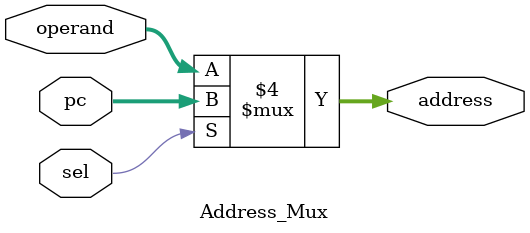
<source format=v>
`timescale 1ns / 1ps


module Address_Mux #(parameter N = 5)(
    input [4:0] pc,              // Địa chỉ từ Program Counter
    input [N-1:0] operand,         // Địa chỉ từ operand 
    input sel,                   // Tín hiệu chọn (0: PC, 1: operand)
    output reg [N-1:0] address     // Địa chỉ gửi đến bộ nhớ
);

always @(*) begin
    if (!sel) 
        address = operand;       // Nếu sel = 0, chọn operand 
    else 
        address = pc;            // Nếu sel = 1, chọn PC (normal flow)
end
endmodule

</source>
